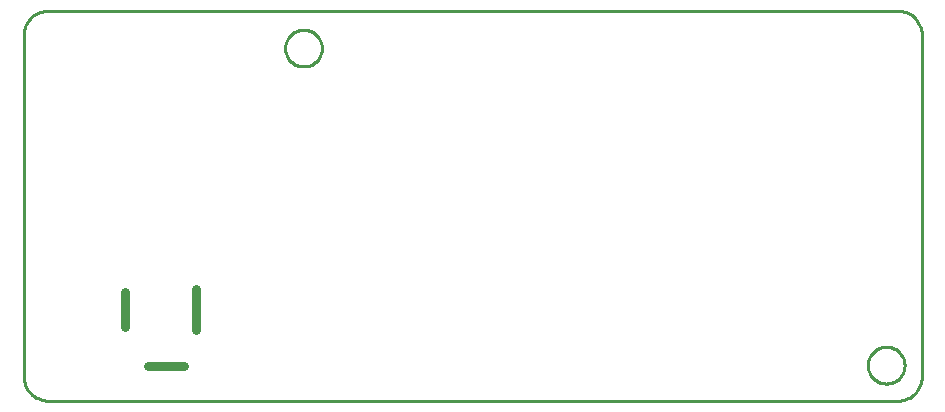
<source format=gko>
G04 EAGLE Gerber RS-274X export*
G75*
%MOMM*%
%FSLAX34Y34*%
%LPD*%
%IN*%
%IPPOS*%
%AMOC8*
5,1,8,0,0,1.08239X$1,22.5*%
G01*
%ADD10C,0.800000*%
%ADD11C,0.254000*%


D10*
X85340Y92200D02*
X85340Y62200D01*
X105340Y29200D02*
X135340Y29200D01*
X145340Y59700D02*
X145340Y94700D01*
D11*
X0Y20000D02*
X76Y18257D01*
X304Y16527D01*
X681Y14824D01*
X1206Y13160D01*
X1874Y11548D01*
X2680Y10000D01*
X3617Y8528D01*
X4679Y7144D01*
X5858Y5858D01*
X7144Y4679D01*
X8528Y3617D01*
X10000Y2680D01*
X11548Y1874D01*
X13160Y1206D01*
X14824Y681D01*
X16527Y304D01*
X18257Y76D01*
X20000Y0D01*
X740000Y0D01*
X741743Y76D01*
X743473Y304D01*
X745176Y681D01*
X746840Y1206D01*
X748452Y1874D01*
X750000Y2680D01*
X751472Y3617D01*
X752856Y4679D01*
X754142Y5858D01*
X755321Y7144D01*
X756383Y8528D01*
X757321Y10000D01*
X758126Y11548D01*
X758794Y13160D01*
X759319Y14824D01*
X759696Y16527D01*
X759924Y18257D01*
X760000Y20000D01*
X760000Y310000D01*
X759924Y311743D01*
X759696Y313473D01*
X759319Y315176D01*
X758794Y316840D01*
X758126Y318452D01*
X757321Y320000D01*
X756383Y321472D01*
X755321Y322856D01*
X754142Y324142D01*
X752856Y325321D01*
X751472Y326383D01*
X750000Y327321D01*
X748452Y328126D01*
X746840Y328794D01*
X745176Y329319D01*
X743473Y329696D01*
X741743Y329924D01*
X740000Y330000D01*
X20000Y330000D01*
X18257Y329924D01*
X16527Y329696D01*
X14824Y329319D01*
X13160Y328794D01*
X11548Y328126D01*
X10000Y327321D01*
X8528Y326383D01*
X7144Y325321D01*
X5858Y324142D01*
X4679Y322856D01*
X3617Y321472D01*
X2680Y320000D01*
X1874Y318452D01*
X1206Y316840D01*
X681Y315176D01*
X304Y313473D01*
X76Y311743D01*
X0Y310000D01*
X0Y20000D01*
X745500Y29446D02*
X745421Y28342D01*
X745263Y27246D01*
X745028Y26164D01*
X744716Y25102D01*
X744329Y24065D01*
X743869Y23058D01*
X743339Y22086D01*
X742740Y21154D01*
X742077Y20268D01*
X741352Y19431D01*
X740569Y18648D01*
X739732Y17923D01*
X738846Y17260D01*
X737914Y16661D01*
X736943Y16131D01*
X735935Y15671D01*
X734898Y15284D01*
X733836Y14972D01*
X732754Y14737D01*
X731658Y14579D01*
X730554Y14500D01*
X729446Y14500D01*
X728342Y14579D01*
X727246Y14737D01*
X726164Y14972D01*
X725102Y15284D01*
X724065Y15671D01*
X723058Y16131D01*
X722086Y16661D01*
X721154Y17260D01*
X720268Y17923D01*
X719431Y18648D01*
X718648Y19431D01*
X717923Y20268D01*
X717260Y21154D01*
X716661Y22086D01*
X716131Y23058D01*
X715671Y24065D01*
X715284Y25102D01*
X714972Y26164D01*
X714737Y27246D01*
X714579Y28342D01*
X714500Y29446D01*
X714500Y30554D01*
X714579Y31658D01*
X714737Y32754D01*
X714972Y33836D01*
X715284Y34898D01*
X715671Y35935D01*
X716131Y36943D01*
X716661Y37914D01*
X717260Y38846D01*
X717923Y39732D01*
X718648Y40569D01*
X719431Y41352D01*
X720268Y42077D01*
X721154Y42740D01*
X722086Y43339D01*
X723058Y43869D01*
X724065Y44329D01*
X725102Y44716D01*
X726164Y45028D01*
X727246Y45263D01*
X728342Y45421D01*
X729446Y45500D01*
X730554Y45500D01*
X731658Y45421D01*
X732754Y45263D01*
X733836Y45028D01*
X734898Y44716D01*
X735935Y44329D01*
X736943Y43869D01*
X737914Y43339D01*
X738846Y42740D01*
X739732Y42077D01*
X740569Y41352D01*
X741352Y40569D01*
X742077Y39732D01*
X742740Y38846D01*
X743339Y37914D01*
X743869Y36943D01*
X744329Y35935D01*
X744716Y34898D01*
X745028Y33836D01*
X745263Y32754D01*
X745421Y31658D01*
X745500Y30554D01*
X745500Y29446D01*
X252139Y297889D02*
X252060Y296785D01*
X251902Y295689D01*
X251667Y294607D01*
X251355Y293544D01*
X250968Y292507D01*
X250508Y291500D01*
X249977Y290528D01*
X249379Y289597D01*
X248715Y288710D01*
X247990Y287874D01*
X247207Y287091D01*
X246371Y286366D01*
X245484Y285702D01*
X244553Y285104D01*
X243581Y284573D01*
X242574Y284113D01*
X241537Y283726D01*
X240474Y283414D01*
X239392Y283179D01*
X238297Y283021D01*
X237192Y282942D01*
X236085Y282942D01*
X234981Y283021D01*
X233885Y283179D01*
X232803Y283414D01*
X231741Y283726D01*
X230703Y284113D01*
X229696Y284573D01*
X228724Y285104D01*
X227793Y285702D01*
X226907Y286366D01*
X226070Y287091D01*
X225287Y287874D01*
X224562Y288710D01*
X223898Y289597D01*
X223300Y290528D01*
X222769Y291500D01*
X222309Y292507D01*
X221922Y293544D01*
X221611Y294607D01*
X221375Y295689D01*
X221218Y296785D01*
X221139Y297889D01*
X221139Y298996D01*
X221218Y300100D01*
X221375Y301196D01*
X221611Y302278D01*
X221922Y303340D01*
X222309Y304378D01*
X222769Y305385D01*
X223300Y306357D01*
X223898Y307288D01*
X224562Y308174D01*
X225287Y309011D01*
X226070Y309794D01*
X226907Y310519D01*
X227793Y311183D01*
X228724Y311781D01*
X229696Y312312D01*
X230703Y312772D01*
X231741Y313159D01*
X232803Y313471D01*
X233885Y313706D01*
X234981Y313863D01*
X236085Y313942D01*
X237192Y313942D01*
X238297Y313863D01*
X239392Y313706D01*
X240474Y313471D01*
X241537Y313159D01*
X242574Y312772D01*
X243581Y312312D01*
X244553Y311781D01*
X245484Y311183D01*
X246371Y310519D01*
X247207Y309794D01*
X247990Y309011D01*
X248715Y308174D01*
X249379Y307288D01*
X249977Y306357D01*
X250508Y305385D01*
X250968Y304378D01*
X251355Y303340D01*
X251667Y302278D01*
X251902Y301196D01*
X252060Y300100D01*
X252139Y298996D01*
X252139Y297889D01*
M02*

</source>
